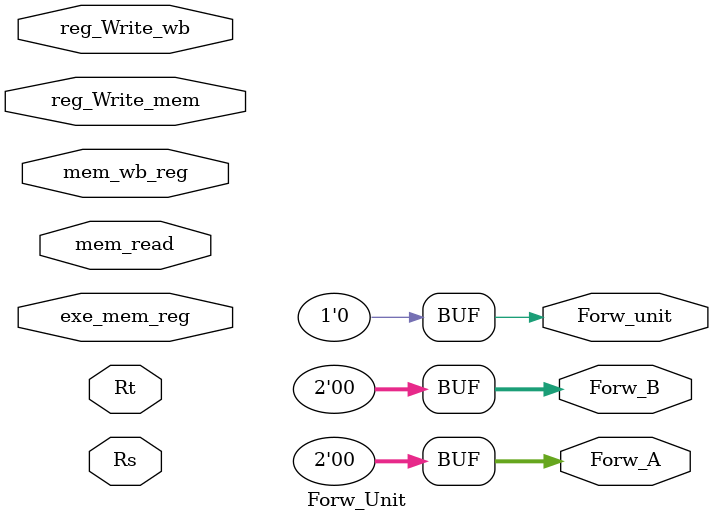
<source format=v>
module Forw_Unit(input mem_read, reg_Write_mem, reg_Write_wb, input[4:0]Rs, Rt, exe_mem_reg, mem_wb_reg,output [1:0] Forw_A, Forw_B, output Forw_unit);
  
    //assign Forw_A = (reg_Write_mem == 1'b1)&&(Rs == exe_mem_reg) ? 3'b010 :((reg_Write_wb == 1'b1)&&(Rs == mem_wb_reg) ? 3'b001 : 3'b000);

    //assign Forw_B = (mem_read == 1'b0) ? ((reg_Write_mem == 1'b1)&&(Rt == exe_mem_reg) ? 3'b010 : ((reg_Write_wb == 1'b1)&&(Rt == mem_wb_reg) ? 3'b001 : 3'b000)) :3'b000;

    //assign Forw_unit = (Forw_A != 3'b000 || Forw_B != 3'b000) ? 1'b1 : 1'b0;
    assign Forw_A = 3'b000;
    assign Forw_B = 3'b000;
    assign Forw_unit = 1'b0;


endmodule

</source>
